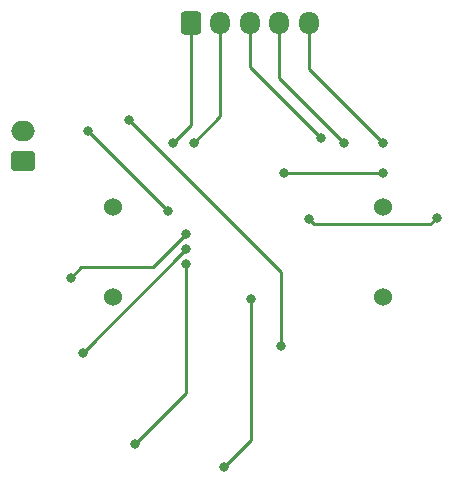
<source format=gbr>
%TF.GenerationSoftware,KiCad,Pcbnew,6.0.11+dfsg-1*%
%TF.CreationDate,2023-12-03T14:37:14-05:00*%
%TF.ProjectId,x27_controller,7832375f-636f-46e7-9472-6f6c6c65722e,rev?*%
%TF.SameCoordinates,Original*%
%TF.FileFunction,Copper,L1,Top*%
%TF.FilePolarity,Positive*%
%FSLAX46Y46*%
G04 Gerber Fmt 4.6, Leading zero omitted, Abs format (unit mm)*
G04 Created by KiCad (PCBNEW 6.0.11+dfsg-1) date 2023-12-03 14:37:14*
%MOMM*%
%LPD*%
G01*
G04 APERTURE LIST*
G04 Aperture macros list*
%AMRoundRect*
0 Rectangle with rounded corners*
0 $1 Rounding radius*
0 $2 $3 $4 $5 $6 $7 $8 $9 X,Y pos of 4 corners*
0 Add a 4 corners polygon primitive as box body*
4,1,4,$2,$3,$4,$5,$6,$7,$8,$9,$2,$3,0*
0 Add four circle primitives for the rounded corners*
1,1,$1+$1,$2,$3*
1,1,$1+$1,$4,$5*
1,1,$1+$1,$6,$7*
1,1,$1+$1,$8,$9*
0 Add four rect primitives between the rounded corners*
20,1,$1+$1,$2,$3,$4,$5,0*
20,1,$1+$1,$4,$5,$6,$7,0*
20,1,$1+$1,$6,$7,$8,$9,0*
20,1,$1+$1,$8,$9,$2,$3,0*%
G04 Aperture macros list end*
%TA.AperFunction,ComponentPad*%
%ADD10C,1.524000*%
%TD*%
%TA.AperFunction,ComponentPad*%
%ADD11RoundRect,0.250000X-0.600000X-0.725000X0.600000X-0.725000X0.600000X0.725000X-0.600000X0.725000X0*%
%TD*%
%TA.AperFunction,ComponentPad*%
%ADD12O,1.700000X1.950000*%
%TD*%
%TA.AperFunction,ComponentPad*%
%ADD13RoundRect,0.250000X0.750000X-0.600000X0.750000X0.600000X-0.750000X0.600000X-0.750000X-0.600000X0*%
%TD*%
%TA.AperFunction,ComponentPad*%
%ADD14O,2.000000X1.700000*%
%TD*%
%TA.AperFunction,ViaPad*%
%ADD15C,0.800000*%
%TD*%
%TA.AperFunction,Conductor*%
%ADD16C,0.250000*%
%TD*%
G04 APERTURE END LIST*
D10*
%TO.P,M1,1*%
%TO.N,Net-(M1-Pad1)*%
X136430000Y-71190000D03*
%TO.P,M1,2*%
%TO.N,Net-(M1-Pad2)*%
X136430000Y-78810000D03*
%TO.P,M1,3*%
%TO.N,Net-(M1-Pad3)*%
X113570000Y-78810000D03*
%TO.P,M1,4*%
%TO.N,Net-(M1-Pad4)*%
X113570000Y-71190000D03*
%TD*%
D11*
%TO.P,J1,1*%
%TO.N,Net-(J1-Pad1)*%
X120142000Y-55626000D03*
D12*
%TO.P,J1,2*%
%TO.N,Net-(J1-Pad2)*%
X122642000Y-55626000D03*
%TO.P,J1,3*%
%TO.N,Net-(J1-Pad3)*%
X125142000Y-55626000D03*
%TO.P,J1,4*%
%TO.N,Net-(J1-Pad4)*%
X127642000Y-55626000D03*
%TO.P,J1,5*%
%TO.N,Net-(J1-Pad5)*%
X130142000Y-55626000D03*
%TD*%
D13*
%TO.P,J2,1*%
%TO.N,+5V*%
X105918000Y-67310000D03*
D14*
%TO.P,J2,2*%
%TO.N,Earth*%
X105918000Y-64810000D03*
%TD*%
D15*
%TO.N,Earth*%
X111466000Y-64810000D03*
X118247001Y-71591001D03*
%TO.N,+5V*%
X114943000Y-63889000D03*
X127797000Y-83023000D03*
%TO.N,Net-(J1-Pad5)*%
X136398000Y-68326000D03*
X136398000Y-65786000D03*
X128016000Y-68326000D03*
%TO.N,Net-(J1-Pad4)*%
X133096000Y-65786000D03*
%TO.N,Net-(J1-Pad3)*%
X131191000Y-65405000D03*
%TO.N,Net-(J1-Pad2)*%
X120396000Y-65786000D03*
%TO.N,Net-(J1-Pad1)*%
X118626000Y-65778000D03*
%TO.N,Net-(R6-Pad1)*%
X130175000Y-72263000D03*
X140970000Y-72136000D03*
%TO.N,Net-(R7-Pad1)*%
X119761000Y-73533000D03*
X109982000Y-77216000D03*
%TO.N,Net-(R8-Pad1)*%
X119761000Y-74803000D03*
X110998000Y-83566000D03*
%TO.N,Net-(R9-Pad1)*%
X115443000Y-91313000D03*
X119761000Y-76073000D03*
%TO.N,Net-(R10-Pad1)*%
X122936000Y-93218000D03*
X125222000Y-78994000D03*
%TD*%
D16*
%TO.N,Earth*%
X118247001Y-71591001D02*
X118247001Y-71591001D01*
X111466000Y-64810000D02*
X118247001Y-71591001D01*
%TO.N,+5V*%
X127797000Y-76743000D02*
X114943000Y-63889000D01*
X127797000Y-83023000D02*
X127797000Y-76743000D01*
%TO.N,Net-(J1-Pad5)*%
X128016000Y-68326000D02*
X128016000Y-68326000D01*
X130142000Y-59530000D02*
X136398000Y-65786000D01*
X136398000Y-68326000D02*
X128016000Y-68326000D01*
X130142000Y-55626000D02*
X130142000Y-59530000D01*
%TO.N,Net-(J1-Pad4)*%
X127642000Y-60332000D02*
X133096000Y-65786000D01*
X127642000Y-55626000D02*
X127642000Y-60332000D01*
%TO.N,Net-(J1-Pad3)*%
X125142000Y-59356000D02*
X131191000Y-65405000D01*
X125142000Y-55626000D02*
X125142000Y-59356000D01*
%TO.N,Net-(J1-Pad2)*%
X122642000Y-63540000D02*
X120396000Y-65786000D01*
X122642000Y-55626000D02*
X122642000Y-63540000D01*
%TO.N,Net-(J1-Pad1)*%
X120142000Y-64262000D02*
X118626000Y-65778000D01*
X120142000Y-55626000D02*
X120142000Y-64262000D01*
%TO.N,Net-(R6-Pad1)*%
X140970000Y-72136000D02*
X140970000Y-72136000D01*
X130175000Y-72263000D02*
X130574999Y-72662999D01*
X140443001Y-72662999D02*
X140970000Y-72136000D01*
X130574999Y-72662999D02*
X140443001Y-72662999D01*
%TO.N,Net-(R7-Pad1)*%
X109982000Y-77216000D02*
X109982000Y-77216000D01*
X110872999Y-76325001D02*
X109982000Y-77216000D01*
X116968999Y-76325001D02*
X110872999Y-76325001D01*
X119761000Y-73533000D02*
X116968999Y-76325001D01*
%TO.N,Net-(R8-Pad1)*%
X110998000Y-83566000D02*
X110998000Y-83566000D01*
X119761000Y-74803000D02*
X110998000Y-83566000D01*
%TO.N,Net-(R9-Pad1)*%
X115443000Y-91313000D02*
X115316000Y-91440000D01*
X119761000Y-76073000D02*
X119761000Y-86995000D01*
X119761000Y-86995000D02*
X115443000Y-91313000D01*
%TO.N,Net-(R10-Pad1)*%
X122936000Y-93218000D02*
X122936000Y-93218000D01*
X125222000Y-78994000D02*
X125222000Y-90932000D01*
X125222000Y-90932000D02*
X122936000Y-93218000D01*
%TD*%
M02*

</source>
